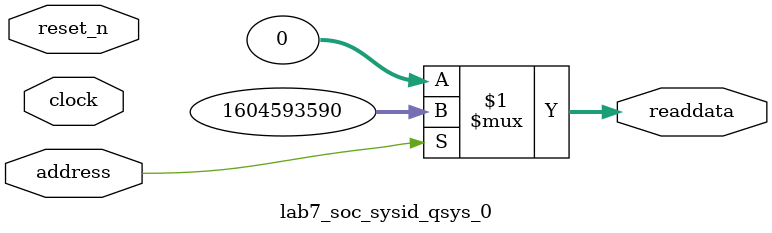
<source format=v>



// synthesis translate_off
`timescale 1ns / 1ps
// synthesis translate_on

// turn off superfluous verilog processor warnings 
// altera message_level Level1 
// altera message_off 10034 10035 10036 10037 10230 10240 10030 

module lab7_soc_sysid_qsys_0 (
               // inputs:
                address,
                clock,
                reset_n,

               // outputs:
                readdata
             )
;

  output  [ 31: 0] readdata;
  input            address;
  input            clock;
  input            reset_n;

  wire    [ 31: 0] readdata;
  //control_slave, which is an e_avalon_slave
  assign readdata = address ? 1604593590 : 0;

endmodule



</source>
